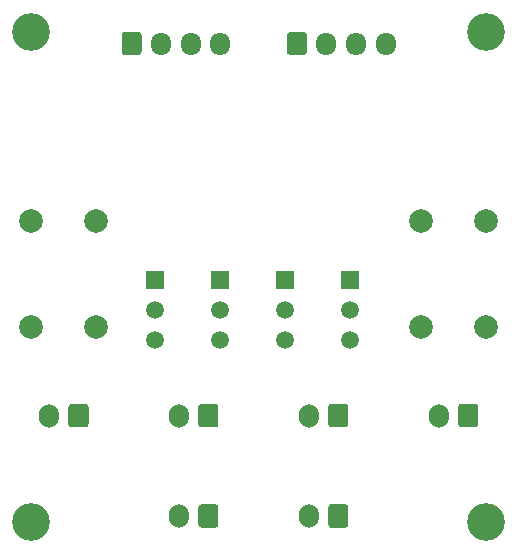
<source format=gbr>
G04 #@! TF.GenerationSoftware,KiCad,Pcbnew,(5.1.7)-1*
G04 #@! TF.CreationDate,2020-12-19T16:20:35+02:00*
G04 #@! TF.ProjectId,4_switch_array,345f7377-6974-4636-985f-61727261792e,rev?*
G04 #@! TF.SameCoordinates,Original*
G04 #@! TF.FileFunction,Soldermask,Top*
G04 #@! TF.FilePolarity,Negative*
%FSLAX46Y46*%
G04 Gerber Fmt 4.6, Leading zero omitted, Abs format (unit mm)*
G04 Created by KiCad (PCBNEW (5.1.7)-1) date 2020-12-19 16:20:36*
%MOMM*%
%LPD*%
G01*
G04 APERTURE LIST*
%ADD10O,1.700000X2.000000*%
%ADD11C,3.200000*%
%ADD12C,2.000000*%
%ADD13C,1.500000*%
%ADD14R,1.500000X1.500000*%
%ADD15O,1.700000X1.950000*%
G04 APERTURE END LIST*
D10*
X151000000Y-78000000D03*
G36*
G01*
X154350000Y-77250000D02*
X154350000Y-78750000D01*
G75*
G02*
X154100000Y-79000000I-250000J0D01*
G01*
X152900000Y-79000000D01*
G75*
G02*
X152650000Y-78750000I0J250000D01*
G01*
X152650000Y-77250000D01*
G75*
G02*
X152900000Y-77000000I250000J0D01*
G01*
X154100000Y-77000000D01*
G75*
G02*
X154350000Y-77250000I0J-250000D01*
G01*
G37*
G36*
G01*
X165350000Y-68750000D02*
X165350000Y-70250000D01*
G75*
G02*
X165100000Y-70500000I-250000J0D01*
G01*
X163900000Y-70500000D01*
G75*
G02*
X163650000Y-70250000I0J250000D01*
G01*
X163650000Y-68750000D01*
G75*
G02*
X163900000Y-68500000I250000J0D01*
G01*
X165100000Y-68500000D01*
G75*
G02*
X165350000Y-68750000I0J-250000D01*
G01*
G37*
X162000000Y-69500000D03*
D11*
X166000000Y-37000000D03*
X166000000Y-78500000D03*
X127500000Y-78500000D03*
X127500000Y-37000000D03*
D12*
X127500000Y-53000000D03*
X127500000Y-62000000D03*
X160500000Y-53000000D03*
X160500000Y-62000000D03*
X133000000Y-53000000D03*
X133000000Y-62000000D03*
X166000000Y-53000000D03*
X166000000Y-62000000D03*
D13*
X143500000Y-60540000D03*
X143500000Y-63080000D03*
D14*
X143500000Y-58000000D03*
D13*
X154500000Y-60540000D03*
X154500000Y-63080000D03*
D14*
X154500000Y-58000000D03*
D13*
X138000000Y-60540000D03*
X138000000Y-63080000D03*
D14*
X138000000Y-58000000D03*
D13*
X149000000Y-60540000D03*
X149000000Y-63080000D03*
D14*
X149000000Y-58000000D03*
D10*
X140000000Y-78000000D03*
G36*
G01*
X143350000Y-77250000D02*
X143350000Y-78750000D01*
G75*
G02*
X143100000Y-79000000I-250000J0D01*
G01*
X141900000Y-79000000D01*
G75*
G02*
X141650000Y-78750000I0J250000D01*
G01*
X141650000Y-77250000D01*
G75*
G02*
X141900000Y-77000000I250000J0D01*
G01*
X143100000Y-77000000D01*
G75*
G02*
X143350000Y-77250000I0J-250000D01*
G01*
G37*
G36*
G01*
X143350000Y-68750000D02*
X143350000Y-70250000D01*
G75*
G02*
X143100000Y-70500000I-250000J0D01*
G01*
X141900000Y-70500000D01*
G75*
G02*
X141650000Y-70250000I0J250000D01*
G01*
X141650000Y-68750000D01*
G75*
G02*
X141900000Y-68500000I250000J0D01*
G01*
X143100000Y-68500000D01*
G75*
G02*
X143350000Y-68750000I0J-250000D01*
G01*
G37*
X140000000Y-69500000D03*
G36*
G01*
X154350000Y-68750000D02*
X154350000Y-70250000D01*
G75*
G02*
X154100000Y-70500000I-250000J0D01*
G01*
X152900000Y-70500000D01*
G75*
G02*
X152650000Y-70250000I0J250000D01*
G01*
X152650000Y-68750000D01*
G75*
G02*
X152900000Y-68500000I250000J0D01*
G01*
X154100000Y-68500000D01*
G75*
G02*
X154350000Y-68750000I0J-250000D01*
G01*
G37*
X151000000Y-69500000D03*
G36*
G01*
X132350000Y-68750000D02*
X132350000Y-70250000D01*
G75*
G02*
X132100000Y-70500000I-250000J0D01*
G01*
X130900000Y-70500000D01*
G75*
G02*
X130650000Y-70250000I0J250000D01*
G01*
X130650000Y-68750000D01*
G75*
G02*
X130900000Y-68500000I250000J0D01*
G01*
X132100000Y-68500000D01*
G75*
G02*
X132350000Y-68750000I0J-250000D01*
G01*
G37*
X129000000Y-69500000D03*
D15*
X157500000Y-38000000D03*
X155000000Y-38000000D03*
X152500000Y-38000000D03*
G36*
G01*
X149150000Y-38725000D02*
X149150000Y-37275000D01*
G75*
G02*
X149400000Y-37025000I250000J0D01*
G01*
X150600000Y-37025000D01*
G75*
G02*
X150850000Y-37275000I0J-250000D01*
G01*
X150850000Y-38725000D01*
G75*
G02*
X150600000Y-38975000I-250000J0D01*
G01*
X149400000Y-38975000D01*
G75*
G02*
X149150000Y-38725000I0J250000D01*
G01*
G37*
X143500000Y-38000000D03*
X141000000Y-38000000D03*
X138500000Y-38000000D03*
G36*
G01*
X135150000Y-38725000D02*
X135150000Y-37275000D01*
G75*
G02*
X135400000Y-37025000I250000J0D01*
G01*
X136600000Y-37025000D01*
G75*
G02*
X136850000Y-37275000I0J-250000D01*
G01*
X136850000Y-38725000D01*
G75*
G02*
X136600000Y-38975000I-250000J0D01*
G01*
X135400000Y-38975000D01*
G75*
G02*
X135150000Y-38725000I0J250000D01*
G01*
G37*
M02*

</source>
